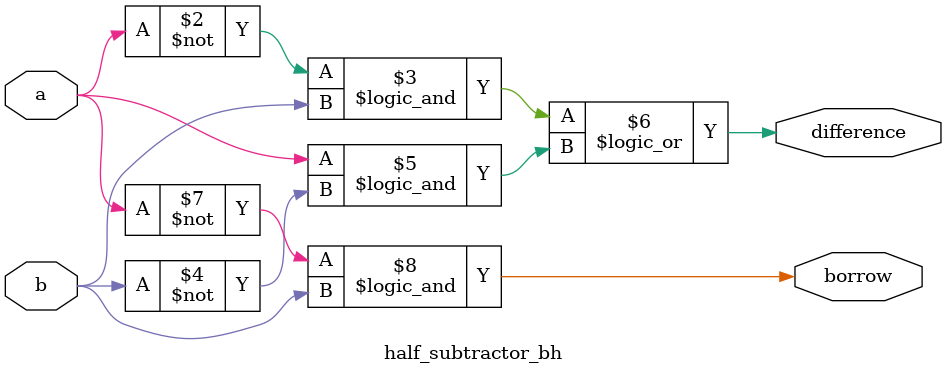
<source format=v>
module half_subtractor_bh(difference, borrow, a, b);
	output difference,borrow;
	input a,b;
	reg difference,borrow;
	always @(a,b) begin
		difference=((~a) && b) || (a && (~b));
		borrow=(~a)&& b;
	end
endmodule
</source>
